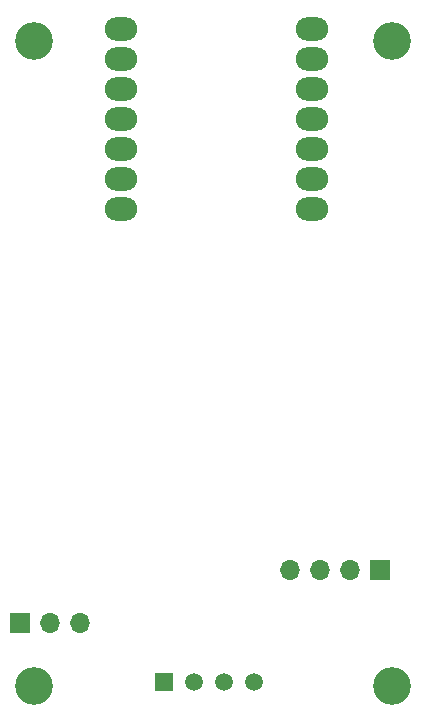
<source format=gbr>
%TF.GenerationSoftware,KiCad,Pcbnew,(6.0.6-0)*%
%TF.CreationDate,2025-06-22T16:04:58+02:00*%
%TF.ProjectId,meteo,6d657465-6f2e-46b6-9963-61645f706362,rev?*%
%TF.SameCoordinates,Original*%
%TF.FileFunction,Soldermask,Bot*%
%TF.FilePolarity,Negative*%
%FSLAX46Y46*%
G04 Gerber Fmt 4.6, Leading zero omitted, Abs format (unit mm)*
G04 Created by KiCad (PCBNEW (6.0.6-0)) date 2025-06-22 16:04:58*
%MOMM*%
%LPD*%
G01*
G04 APERTURE LIST*
G04 Aperture macros list*
%AMRoundRect*
0 Rectangle with rounded corners*
0 $1 Rounding radius*
0 $2 $3 $4 $5 $6 $7 $8 $9 X,Y pos of 4 corners*
0 Add a 4 corners polygon primitive as box body*
4,1,4,$2,$3,$4,$5,$6,$7,$8,$9,$2,$3,0*
0 Add four circle primitives for the rounded corners*
1,1,$1+$1,$2,$3*
1,1,$1+$1,$4,$5*
1,1,$1+$1,$6,$7*
1,1,$1+$1,$8,$9*
0 Add four rect primitives between the rounded corners*
20,1,$1+$1,$2,$3,$4,$5,0*
20,1,$1+$1,$4,$5,$6,$7,0*
20,1,$1+$1,$6,$7,$8,$9,0*
20,1,$1+$1,$8,$9,$2,$3,0*%
G04 Aperture macros list end*
%ADD10C,3.200000*%
%ADD11R,1.500000X1.500000*%
%ADD12C,1.500000*%
%ADD13R,1.700000X1.700000*%
%ADD14O,1.700000X1.700000*%
%ADD15RoundRect,1.000000X0.375000X0.000000X-0.375000X0.000000X-0.375000X0.000000X0.375000X0.000000X0*%
G04 APERTURE END LIST*
D10*
%TO.C,H4*%
X228346000Y-89154000D03*
%TD*%
%TO.C,H2*%
X198021000Y-89154000D03*
%TD*%
%TO.C,H1*%
X198021000Y-34544000D03*
%TD*%
D11*
%TO.C,U1*%
X209012500Y-88802500D03*
D12*
X211552500Y-88802500D03*
X214092500Y-88802500D03*
X216632500Y-88802500D03*
%TD*%
D10*
%TO.C,H3*%
X228346000Y-34544000D03*
%TD*%
D13*
%TO.C,J2*%
X227330000Y-79375000D03*
D14*
X224790000Y-79375000D03*
X222250000Y-79375000D03*
X219710000Y-79375000D03*
%TD*%
D13*
%TO.C,U2*%
X196865000Y-83820000D03*
D14*
X199405000Y-83820000D03*
X201945000Y-83820000D03*
%TD*%
D15*
%TO.C,U4*%
X221557000Y-33556076D03*
X221557000Y-36096076D03*
X221557000Y-38636076D03*
X221557000Y-41176076D03*
X221557000Y-43716076D03*
X221557000Y-46256076D03*
X221557000Y-48796076D03*
X205392000Y-48796076D03*
X205392000Y-46256076D03*
X205392000Y-43716076D03*
X205392000Y-41176076D03*
X205392000Y-38636076D03*
X205392000Y-36096076D03*
X205392000Y-33556076D03*
%TD*%
M02*

</source>
